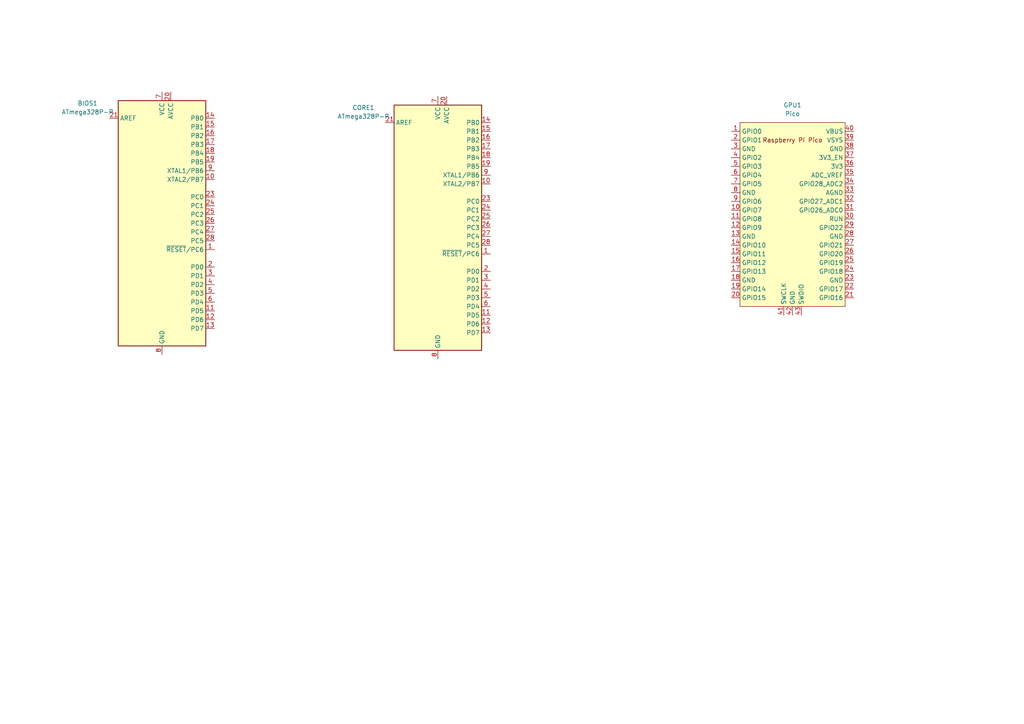
<source format=kicad_sch>
(kicad_sch (version 20211123) (generator eeschema)
  (paper "A4")
  (title_block (title "MiGS (Microcontroller Gaming System)") (rev "1") (company "Blue Okiris"))
  (lib_symbols
    (symbol "MCU_Microchip_ATmega:ATmega328P-P"
      (property "Reference" "U" (at -12.7 36.83 0))
      (property "Value" "ATmega328P-P" (at 2.54 -36.83 0))
      (symbol "ATmega328P-P_0_1"
        (rectangle (start -12.7 -35.56) (end 12.7 35.56) (stroke (width 0.254)) (fill (type background)))
      )
      (symbol "ATmega328P-P_1_1"
        (pin bidirectional line (at 15.24 -7.62 180) (length 2.54) (name "~{RESET}/PC6") (number "1"))
        (pin bidirectional line (at 15.24 12.7 180) (length 2.54) (name "XTAL2/PB7") (number "10"))
        (pin bidirectional line (at 15.24 -25.4 180) (length 2.54) (name "PD5") (number "11"))
        (pin bidirectional line (at 15.24 -27.94 180) (length 2.54) (name "PD6") (number "12"))
        (pin bidirectional line (at 15.24 -30.48 180) (length 2.54) (name "PD7") (number "13"))
        (pin bidirectional line (at 15.24 30.48 180) (length 2.54) (name "PB0") (number "14"))
        (pin bidirectional line (at 15.24 27.94 180) (length 2.54) (name "PB1") (number "15"))
        (pin bidirectional line (at 15.24 25.4 180) (length 2.54) (name "PB2") (number "16"))
        (pin bidirectional line (at 15.24 22.86 180) (length 2.54) (name "PB3") (number "17"))
        (pin bidirectional line (at 15.24 20.32 180) (length 2.54) (name "PB4") (number "18"))
        (pin bidirectional line (at 15.24 17.78 180) (length 2.54) (name "PB5") (number "19"))
        (pin bidirectional line (at 15.24 -12.7 180) (length 2.54) (name "PD0") (number "2"))
        (pin power_in line (at 2.54 38.1 270) (length 2.54) (name "AVCC") (number "20"))
        (pin passive line (at -15.24 30.48 0) (length 2.54) (name "AREF") (number "21"))
        (pin passive line (at 0 -38.1 90) (length 2.54) hide (name "GND") (number "22"))
        (pin bidirectional line (at 15.24 7.62 180) (length 2.54) (name "PC0") (number "23"))
        (pin bidirectional line (at 15.24 5.08 180) (length 2.54) (name "PC1") (number "24"))
        (pin bidirectional line (at 15.24 2.54 180) (length 2.54) (name "PC2") (number "25"))
        (pin bidirectional line (at 15.24 0 180) (length 2.54) (name "PC3") (number "26"))
        (pin bidirectional line (at 15.24 -2.54 180) (length 2.54) (name "PC4") (number "27"))
        (pin bidirectional line (at 15.24 -5.08 180) (length 2.54) (name "PC5") (number "28"))
        (pin bidirectional line (at 15.24 -15.24 180) (length 2.54) (name "PD1") (number "3"))
        (pin bidirectional line (at 15.24 -17.78 180) (length 2.54) (name "PD2") (number "4"))
        (pin bidirectional line (at 15.24 -20.32 180) (length 2.54) (name "PD3") (number "5"))
        (pin bidirectional line (at 15.24 -22.86 180) (length 2.54) (name "PD4") (number "6"))
        (pin power_in line (at 0 38.1 270) (length 2.54) (name "VCC") (number "7"))
        (pin power_in line (at 0 -38.1 90) (length 2.54) (name "GND") (number "8"))
        (pin bidirectional line (at 15.24 15.24 180) (length 2.54) (name "XTAL1/PB6") (number "9"))
      )
    )
    (symbol "MCU_RaspberryPi_and_Boards:Pico"
      (property "Reference" "U" (at -13.97 27.94 0))
      (property "Value" "Pico" (at 0 19.05 0))
      (symbol "Pico_0_0"
        (text "Raspberry Pi Pico" (at 0 21.59 0) (effects (font (size 1.27 1.27))))
      )
      (symbol "Pico_0_1"
        (rectangle (start -15.24 26.67) (end 15.24 -26.67) (fill (type background)))
      )
      (symbol "Pico_1_1"
        (pin bidirectional line (at -17.78 24.13 0) (length 2.54) (name "GPIO0") (number "1"))
        (pin bidirectional line (at -17.78 1.27 0) (length 2.54) (name "GPIO7") (number "10"))
        (pin bidirectional line (at -17.78 -1.27 0) (length 2.54) (name "GPIO8") (number "11"))
        (pin bidirectional line (at -17.78 -3.81 0) (length 2.54) (name "GPIO9") (number "12"))
        (pin power_in line (at -17.78 -6.35 0) (length 2.54) (name "GND") (number "13"))
        (pin bidirectional line (at -17.78 -8.89 0) (length 2.54) (name "GPIO10") (number "14"))
        (pin bidirectional line (at -17.78 -11.43 0) (length 2.54) (name "GPIO11") (number "15"))
        (pin bidirectional line (at -17.78 -13.97 0) (length 2.54) (name "GPIO12") (number "16"))
        (pin bidirectional line (at -17.78 -16.51 0) (length 2.54) (name "GPIO13") (number "17"))
        (pin power_in line (at -17.78 -19.05 0) (length 2.54) (name "GND") (number "18"))
        (pin bidirectional line (at -17.78 -21.59 0) (length 2.54) (name "GPIO14") (number "19"))
        (pin bidirectional line (at -17.78 21.59 0) (length 2.54) (name "GPIO1") (number "2"))
        (pin bidirectional line (at -17.78 -24.13 0) (length 2.54) (name "GPIO15") (number "20"))
        (pin bidirectional line (at 17.78 -24.13 180) (length 2.54) (name "GPIO16") (number "21"))
        (pin bidirectional line (at 17.78 -21.59 180) (length 2.54) (name "GPIO17") (number "22"))
        (pin power_in line (at 17.78 -19.05 180) (length 2.54) (name "GND") (number "23"))
        (pin bidirectional line (at 17.78 -16.51 180) (length 2.54) (name "GPIO18") (number "24"))
        (pin bidirectional line (at 17.78 -13.97 180) (length 2.54) (name "GPIO19") (number "25"))
        (pin bidirectional line (at 17.78 -11.43 180) (length 2.54) (name "GPIO20") (number "26"))
        (pin bidirectional line (at 17.78 -8.89 180) (length 2.54) (name "GPIO21") (number "27"))
        (pin power_in line (at 17.78 -6.35 180) (length 2.54) (name "GND") (number "28"))
        (pin bidirectional line (at 17.78 -3.81 180) (length 2.54) (name "GPIO22") (number "29"))
        (pin power_in line (at -17.78 19.05 0) (length 2.54) (name "GND") (number "3"))
        (pin input line (at 17.78 -1.27 180) (length 2.54) (name "RUN") (number "30"))
        (pin bidirectional line (at 17.78 1.27 180) (length 2.54) (name "GPIO26_ADC0") (number "31"))
        (pin bidirectional line (at 17.78 3.81 180) (length 2.54) (name "GPIO27_ADC1") (number "32"))
        (pin power_in line (at 17.78 6.35 180) (length 2.54) (name "AGND") (number "33"))
        (pin bidirectional line (at 17.78 8.89 180) (length 2.54) (name "GPIO28_ADC2") (number "34"))
        (pin power_in line (at 17.78 11.43 180) (length 2.54) (name "ADC_VREF") (number "35"))
        (pin power_in line (at 17.78 13.97 180) (length 2.54) (name "3V3") (number "36"))
        (pin input line (at 17.78 16.51 180) (length 2.54) (name "3V3_EN") (number "37"))
        (pin bidirectional line (at 17.78 19.05 180) (length 2.54) (name "GND") (number "38"))
        (pin power_in line (at 17.78 21.59 180) (length 2.54) (name "VSYS") (number "39"))
        (pin bidirectional line (at -17.78 16.51 0) (length 2.54) (name "GPIO2") (number "4"))
        (pin power_in line (at 17.78 24.13 180) (length 2.54) (name "VBUS") (number "40"))
        (pin input line (at -2.54 -29.21 90) (length 2.54) (name "SWCLK") (number "41"))
        (pin power_in line (at 0 -29.21 90) (length 2.54) (name "GND") (number "42"))
        (pin bidirectional line (at 2.54 -29.21 90) (length 2.54) (name "SWDIO") (number "43"))
        (pin bidirectional line (at -17.78 13.97 0) (length 2.54) (name "GPIO3") (number "5"))
        (pin bidirectional line (at -17.78 11.43 0) (length 2.54) (name "GPIO4") (number "6"))
        (pin bidirectional line (at -17.78 8.89 0) (length 2.54) (name "GPIO5") (number "7"))
        (pin power_in line (at -17.78 6.35 0) (length 2.54) (name "GND") (number "8"))
        (pin bidirectional line (at -17.78 3.81 0) (length 2.54) (name "GPIO6") (number "9"))
      )
    )
  )
  (symbol (lib_id "MCU_Microchip_ATmega:ATmega328P-P") (at 127 66.04 0) (unit 1)
    (property "Reference" "CORE1" (at 105.41 31.2293 0))
    (property "Value" "ATmega328P-P" (at 105.41 33.7693 0))
    (property "Footprint" "Package_DIP:DIP-28_W7.62mm" (effects hide))
    (property "Datasheet" "http://ww1.microchip.com/downloads/en/DeviceDoc/ATmega328_P%20AVR%20MCU%20with%20picoPower%20Technology%20Data%20Sheet%2040001984A.pdf" (effects hide))
  )
  (symbol (lib_id "MCU_RaspberryPi_and_Boards:Pico") (at 229.87 62.23 0) (unit 1)
    (property "Reference" "GPU1" (at 229.87 30.48 0))
    (property "Value" "Pico" (at 229.87 33.02 0))
    (property "Footprint" "MCU_RaspberryPi_and_Boards:RPi_Pico_SMD_TH" (effects hide))
  )
  (symbol (lib_id "MCU_Microchip_ATmega:ATmega328P-P") (at 46.99 64.77 0) (unit 1)
    (property "Reference" "BIOS1" (at 25.4 29.9593 0))
    (property "Value" "ATmega328P-P" (at 25.4 32.4993 0))
    (property "Footprint" "Package_DIP:DIP-28_W7.62mm" (effects hide))
    (property "Datasheet" "http://ww1.microchip.com/downloads/en/DeviceDoc/ATmega328_P%20AVR%20MCU%20with%20picoPower%20Technology%20Data%20Sheet%2040001984A.pdf" (effects hide))
  )
)
</source>
